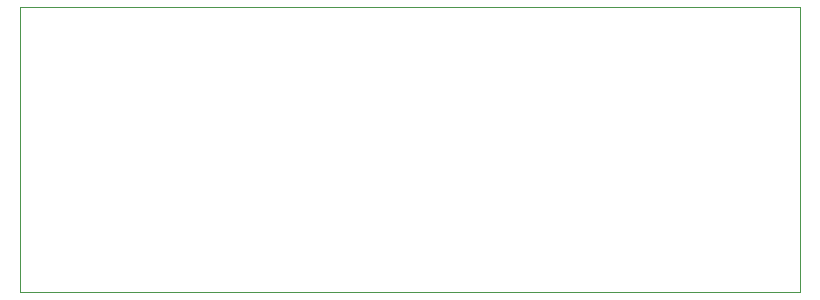
<source format=gbr>
%TF.GenerationSoftware,KiCad,Pcbnew,7.0.5*%
%TF.CreationDate,2023-11-09T00:00:04-05:00*%
%TF.ProjectId,rj45-breakout-board,726a3435-2d62-4726-9561-6b6f75742d62,0.1.0*%
%TF.SameCoordinates,Original*%
%TF.FileFunction,Profile,NP*%
%FSLAX46Y46*%
G04 Gerber Fmt 4.6, Leading zero omitted, Abs format (unit mm)*
G04 Created by KiCad (PCBNEW 7.0.5) date 2023-11-09 00:00:04*
%MOMM*%
%LPD*%
G01*
G04 APERTURE LIST*
%TA.AperFunction,Profile*%
%ADD10C,0.100000*%
%TD*%
G04 APERTURE END LIST*
D10*
X45720000Y-60960000D02*
X111760000Y-60960000D01*
X111760000Y-85090000D01*
X45720000Y-85090000D01*
X45720000Y-60960000D01*
M02*

</source>
